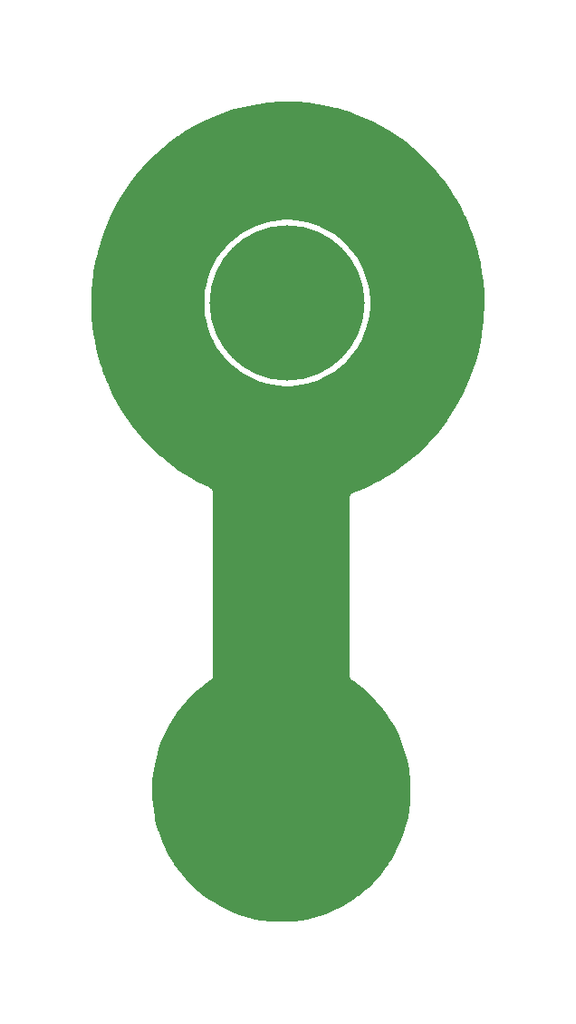
<source format=gtl>
G04 #@! TF.GenerationSoftware,KiCad,Pcbnew,(6.0.2)*
G04 #@! TF.CreationDate,2023-03-16T16:21:51-07:00*
G04 #@! TF.ProjectId,dingle-bop,64696e67-6c65-42d6-926f-702e6b696361,rev?*
G04 #@! TF.SameCoordinates,Original*
G04 #@! TF.FileFunction,Copper,L1,Top*
G04 #@! TF.FilePolarity,Positive*
%FSLAX46Y46*%
G04 Gerber Fmt 4.6, Leading zero omitted, Abs format (unit mm)*
G04 Created by KiCad (PCBNEW (6.0.2)) date 2023-03-16 16:21:51*
%MOMM*%
%LPD*%
G01*
G04 APERTURE LIST*
G04 #@! TA.AperFunction,SMDPad,CuDef*
%ADD10C,14.500000*%
G04 #@! TD*
G04 APERTURE END LIST*
D10*
X146400000Y-78800000D03*
G04 #@! TA.AperFunction,NonConductor*
G36*
X146522774Y-60018509D02*
G01*
X147395366Y-60041049D01*
X147401871Y-60041385D01*
X148328406Y-60113360D01*
X148334867Y-60114030D01*
X149247773Y-60232532D01*
X149254166Y-60233530D01*
X150152295Y-60397376D01*
X150158593Y-60398691D01*
X150905982Y-60574902D01*
X151040949Y-60606723D01*
X151047134Y-60608348D01*
X151912639Y-60859413D01*
X151918686Y-60861334D01*
X152243464Y-60973591D01*
X152766142Y-61154250D01*
X152772055Y-61156461D01*
X153600414Y-61490097D01*
X153606167Y-61492582D01*
X154414310Y-61865788D01*
X154419867Y-61868523D01*
X155206639Y-62280140D01*
X155212037Y-62283135D01*
X155976285Y-62732005D01*
X155981500Y-62735241D01*
X156722061Y-63220193D01*
X156727077Y-63223654D01*
X157108818Y-63500937D01*
X157442852Y-63743568D01*
X157447676Y-63747253D01*
X158137426Y-64300910D01*
X158142046Y-64304804D01*
X158804671Y-64891085D01*
X158809084Y-64895182D01*
X159443367Y-65512864D01*
X159447569Y-65517156D01*
X160052353Y-66165070D01*
X160056340Y-66169550D01*
X160630497Y-66846554D01*
X160634265Y-66851217D01*
X161176584Y-67556080D01*
X161180127Y-67560919D01*
X161689479Y-68292494D01*
X161692792Y-68297503D01*
X162168020Y-69054613D01*
X162171097Y-69059787D01*
X162611008Y-69841192D01*
X162613843Y-69846522D01*
X163017327Y-70651112D01*
X163019897Y-70656559D01*
X163385780Y-71483118D01*
X163385804Y-71483172D01*
X163388124Y-71488776D01*
X163516524Y-71821362D01*
X163715273Y-72336169D01*
X163717335Y-72341922D01*
X163725018Y-72365110D01*
X164004594Y-73208950D01*
X164004599Y-73208966D01*
X164006388Y-73214839D01*
X164252622Y-74100403D01*
X164254128Y-74106382D01*
X164407736Y-74786069D01*
X164458189Y-75009317D01*
X164459403Y-75015376D01*
X164483868Y-75155282D01*
X164620137Y-75934545D01*
X164621056Y-75940691D01*
X164737308Y-76874963D01*
X164737924Y-76881165D01*
X164808534Y-77829436D01*
X164808843Y-77835673D01*
X164832534Y-78792449D01*
X164832479Y-78800431D01*
X164773944Y-80315844D01*
X164773181Y-80325653D01*
X164764505Y-80399654D01*
X164618742Y-81642890D01*
X164600010Y-81802654D01*
X164598494Y-81812321D01*
X164466905Y-82480413D01*
X164315076Y-83251266D01*
X164312827Y-83260739D01*
X164053060Y-84192943D01*
X163923688Y-84657207D01*
X163920738Y-84666411D01*
X163669452Y-85357987D01*
X163430389Y-86015920D01*
X163426768Y-86024813D01*
X162839721Y-87322796D01*
X162835463Y-87331335D01*
X162166853Y-88553791D01*
X162156207Y-88573255D01*
X162151343Y-88581403D01*
X161384413Y-89762626D01*
X161378985Y-89770336D01*
X160581053Y-90817792D01*
X160528922Y-90886225D01*
X160522913Y-90893527D01*
X159594301Y-91939415D01*
X159587756Y-91946252D01*
X158585150Y-92917532D01*
X158578087Y-92923876D01*
X157506079Y-93815915D01*
X157498492Y-93821755D01*
X156361671Y-94629946D01*
X156353592Y-94635235D01*
X155156544Y-95354991D01*
X155147994Y-95359691D01*
X154859802Y-95503881D01*
X153895214Y-95986489D01*
X153886242Y-95990547D01*
X153301587Y-96227858D01*
X152590806Y-96516363D01*
X152578044Y-96520763D01*
X152556341Y-96526966D01*
X152540435Y-96531512D01*
X152488272Y-96564424D01*
X152484534Y-96566692D01*
X152431267Y-96597747D01*
X152425320Y-96604023D01*
X152424686Y-96604543D01*
X152417369Y-96609160D01*
X152376533Y-96655399D01*
X152373582Y-96658623D01*
X152372139Y-96660147D01*
X152340459Y-96693579D01*
X152331179Y-96703372D01*
X152327229Y-96711072D01*
X152326769Y-96711746D01*
X152321044Y-96718228D01*
X152317232Y-96726346D01*
X152317228Y-96726353D01*
X152294832Y-96774054D01*
X152292887Y-96778015D01*
X152264760Y-96832845D01*
X152263131Y-96841339D01*
X152262878Y-96842116D01*
X152259201Y-96849948D01*
X152257820Y-96858817D01*
X152257819Y-96858821D01*
X152249716Y-96910871D01*
X152248966Y-96915191D01*
X152237349Y-96975754D01*
X152238200Y-96984687D01*
X152238200Y-96984689D01*
X152241432Y-97018610D01*
X152242000Y-97030560D01*
X152242000Y-113577212D01*
X152241795Y-113584389D01*
X152239397Y-113626425D01*
X152238640Y-113639685D01*
X152240663Y-113648425D01*
X152240664Y-113648431D01*
X152248949Y-113684215D01*
X152250923Y-113694772D01*
X152256130Y-113731134D01*
X152256133Y-113731143D01*
X152257405Y-113740028D01*
X152261121Y-113748201D01*
X152261292Y-113748577D01*
X152269343Y-113772307D01*
X152271460Y-113781450D01*
X152275857Y-113789274D01*
X152275858Y-113789277D01*
X152293852Y-113821295D01*
X152298710Y-113830874D01*
X152301291Y-113836549D01*
X152317633Y-113872493D01*
X152323490Y-113879291D01*
X152323491Y-113879292D01*
X152323761Y-113879605D01*
X152338149Y-113900121D01*
X152342749Y-113908306D01*
X152349166Y-113914582D01*
X152375428Y-113940269D01*
X152382776Y-113948096D01*
X152412619Y-113982730D01*
X152420146Y-113987609D01*
X152420151Y-113987613D01*
X152462535Y-114015084D01*
X152467189Y-114018251D01*
X152607341Y-114118276D01*
X153067185Y-114446465D01*
X153073282Y-114451103D01*
X153642611Y-114912124D01*
X153648388Y-114917098D01*
X154188986Y-115411885D01*
X154194435Y-115417183D01*
X154704711Y-115944164D01*
X154709822Y-115949771D01*
X155188174Y-116507348D01*
X155192939Y-116513253D01*
X155637836Y-117099898D01*
X155642238Y-117106082D01*
X156052105Y-117720214D01*
X156056126Y-117726652D01*
X156169032Y-117920249D01*
X156429377Y-118366657D01*
X156433033Y-118373387D01*
X156768141Y-119037723D01*
X156771398Y-119044702D01*
X157066818Y-119731813D01*
X157069656Y-119739018D01*
X157226336Y-120175614D01*
X157323866Y-120447389D01*
X157326271Y-120454807D01*
X157539103Y-121187643D01*
X157540610Y-121193322D01*
X157628684Y-121559543D01*
X157629545Y-121563384D01*
X157707505Y-121938770D01*
X157708246Y-121942646D01*
X157774743Y-122322180D01*
X157775365Y-122326089D01*
X157830215Y-122709663D01*
X157830715Y-122713598D01*
X157873720Y-123101006D01*
X157874096Y-123104962D01*
X157905060Y-123496041D01*
X157905311Y-123500013D01*
X157924035Y-123894554D01*
X157924161Y-123898536D01*
X157930403Y-124293486D01*
X157930380Y-124298613D01*
X157914705Y-124928212D01*
X157914392Y-124934483D01*
X157868112Y-125552623D01*
X157867489Y-125558858D01*
X157791304Y-126167802D01*
X157790376Y-126173978D01*
X157685047Y-126773070D01*
X157683818Y-126779169D01*
X157550110Y-127367635D01*
X157548590Y-127373640D01*
X157387237Y-127950833D01*
X157385438Y-127956711D01*
X157287330Y-128251254D01*
X157197210Y-128521815D01*
X157195130Y-128527587D01*
X156980765Y-129079896D01*
X156978418Y-129085534D01*
X156738657Y-129624311D01*
X156736052Y-129629803D01*
X156471677Y-130154221D01*
X156468823Y-130159561D01*
X156180530Y-130668962D01*
X156177449Y-130674114D01*
X155866016Y-131167681D01*
X155862705Y-131172661D01*
X155824887Y-131226696D01*
X155528914Y-131649583D01*
X155525354Y-131654420D01*
X155169946Y-132113952D01*
X155166171Y-132118600D01*
X154789899Y-132559976D01*
X154785899Y-132564448D01*
X154389535Y-132986886D01*
X154385346Y-132991142D01*
X154159821Y-133209634D01*
X153969679Y-133393846D01*
X153965258Y-133397929D01*
X153531072Y-133780119D01*
X153526447Y-133783998D01*
X153112028Y-134114947D01*
X153074441Y-134144963D01*
X153069617Y-134148628D01*
X153001867Y-134197589D01*
X152600630Y-134487546D01*
X152595610Y-134490993D01*
X152110388Y-134807121D01*
X152105178Y-134810338D01*
X151604447Y-135102943D01*
X151599053Y-135105920D01*
X151083626Y-135374213D01*
X151078056Y-135376940D01*
X150548648Y-135620192D01*
X150542910Y-135622658D01*
X150000286Y-135840106D01*
X149994394Y-135842299D01*
X149439226Y-136033225D01*
X149433190Y-136035132D01*
X148866287Y-136198755D01*
X148860123Y-136200367D01*
X148282141Y-136335957D01*
X148275868Y-136337261D01*
X147687508Y-136444061D01*
X147681144Y-136445049D01*
X147083054Y-136522301D01*
X147076638Y-136522962D01*
X146873460Y-136538667D01*
X146469563Y-136569886D01*
X146463090Y-136570219D01*
X146068273Y-136580367D01*
X145847611Y-136586038D01*
X145841153Y-136586038D01*
X145590431Y-136579594D01*
X145225671Y-136570218D01*
X145219199Y-136569885D01*
X144899604Y-136545182D01*
X144612132Y-136522962D01*
X144605727Y-136522301D01*
X144345827Y-136488732D01*
X144007642Y-136445051D01*
X144001278Y-136444063D01*
X143412913Y-136337262D01*
X143406640Y-136335958D01*
X142828646Y-136200366D01*
X142822482Y-136198754D01*
X142255595Y-136035136D01*
X142249559Y-136033229D01*
X141694378Y-135842299D01*
X141688486Y-135840106D01*
X141145863Y-135622658D01*
X141140125Y-135620192D01*
X140610714Y-135376939D01*
X140605144Y-135374212D01*
X140089720Y-135105921D01*
X140084327Y-135102944D01*
X139583603Y-134810345D01*
X139578392Y-134807128D01*
X139093149Y-134490986D01*
X139088129Y-134487539D01*
X138619156Y-134148631D01*
X138614331Y-134144965D01*
X138162341Y-133784014D01*
X138157715Y-133780135D01*
X138097756Y-133727357D01*
X137723496Y-133397918D01*
X137719087Y-133393846D01*
X137303419Y-132991142D01*
X137299206Y-132986861D01*
X136902870Y-132564452D01*
X136898870Y-132559981D01*
X136638422Y-132254470D01*
X136522590Y-132118596D01*
X136518815Y-132113948D01*
X136242057Y-131756109D01*
X136163406Y-131654416D01*
X136159870Y-131649612D01*
X135826054Y-131172657D01*
X135822727Y-131167652D01*
X135817057Y-131158666D01*
X135511306Y-130674106D01*
X135508214Y-130668935D01*
X135476153Y-130612283D01*
X135219937Y-130159559D01*
X135217083Y-130154221D01*
X134952699Y-129629789D01*
X134950094Y-129624296D01*
X134710344Y-129085543D01*
X134707997Y-129079905D01*
X134493630Y-128527593D01*
X134491550Y-128521821D01*
X134401428Y-128251254D01*
X134303317Y-127956701D01*
X134301515Y-127950816D01*
X134218929Y-127655389D01*
X134140166Y-127373640D01*
X134138651Y-127367655D01*
X134138647Y-127367635D01*
X134049841Y-126976795D01*
X134004941Y-126779184D01*
X134003712Y-126773084D01*
X133898379Y-126173972D01*
X133897451Y-126167796D01*
X133821266Y-125558848D01*
X133820643Y-125552613D01*
X133774363Y-124934470D01*
X133774050Y-124928199D01*
X133758499Y-124303600D01*
X133758523Y-124296503D01*
X133758619Y-124293486D01*
X133783606Y-123501918D01*
X133784107Y-123493985D01*
X133792059Y-123410296D01*
X133858079Y-122715413D01*
X133859077Y-122707547D01*
X133980426Y-121944294D01*
X133981908Y-121936544D01*
X134149089Y-121190001D01*
X134151041Y-121182402D01*
X134231314Y-120905931D01*
X134362508Y-120454080D01*
X134364911Y-120446672D01*
X134619119Y-119738108D01*
X134621958Y-119730900D01*
X134917374Y-119043613D01*
X134920630Y-119036634D01*
X135255755Y-118372104D01*
X135259410Y-118365372D01*
X135632651Y-117725260D01*
X135636692Y-117718789D01*
X135970047Y-117219238D01*
X136046526Y-117104630D01*
X136050932Y-117098440D01*
X136469550Y-116546435D01*
X136495812Y-116511804D01*
X136500580Y-116505896D01*
X136509214Y-116495834D01*
X136978916Y-115948406D01*
X136984033Y-115942795D01*
X137079624Y-115844105D01*
X137494247Y-115416037D01*
X137499707Y-115410731D01*
X138040226Y-114916280D01*
X138046018Y-114911295D01*
X138326483Y-114684374D01*
X138615272Y-114450719D01*
X138621385Y-114446074D01*
X139218461Y-114020464D01*
X139224362Y-114016503D01*
X139263793Y-113991624D01*
X139263794Y-113991623D01*
X139271386Y-113986833D01*
X139301536Y-113952695D01*
X139309019Y-113944921D01*
X139341977Y-113913500D01*
X139346775Y-113905212D01*
X139361370Y-113884945D01*
X139361768Y-113884494D01*
X139367711Y-113877765D01*
X139371526Y-113869640D01*
X139371529Y-113869635D01*
X139387063Y-113836549D01*
X139392072Y-113826971D01*
X139410386Y-113795335D01*
X139410386Y-113795334D01*
X139414883Y-113787567D01*
X139417162Y-113778269D01*
X139425484Y-113754714D01*
X139429554Y-113746045D01*
X139436560Y-113701051D01*
X139438680Y-113690452D01*
X139447377Y-113654955D01*
X139449514Y-113646234D01*
X139446878Y-113586628D01*
X139446755Y-113581061D01*
X139446755Y-96560657D01*
X139448305Y-96540954D01*
X139450520Y-96526966D01*
X139450520Y-96526963D01*
X139451923Y-96518102D01*
X139447087Y-96480364D01*
X139446755Y-96477033D01*
X139446755Y-96474040D01*
X139442331Y-96443146D01*
X139442081Y-96441302D01*
X139434459Y-96381828D01*
X139434459Y-96381827D01*
X139433426Y-96373768D01*
X139431892Y-96370258D01*
X139431350Y-96366472D01*
X139403183Y-96304523D01*
X139402426Y-96302823D01*
X139378412Y-96247866D01*
X139378407Y-96247857D01*
X139375161Y-96240428D01*
X139372707Y-96237494D01*
X139371122Y-96234007D01*
X139326643Y-96182387D01*
X139325505Y-96181046D01*
X139281815Y-96128798D01*
X139278633Y-96126668D01*
X139276136Y-96123770D01*
X139218986Y-96086727D01*
X139217525Y-96085765D01*
X139188902Y-96066606D01*
X139186168Y-96065335D01*
X139183359Y-96063636D01*
X139161564Y-96049509D01*
X139154028Y-96044624D01*
X139128104Y-96036871D01*
X139111076Y-96030403D01*
X138542306Y-95765824D01*
X138538147Y-95763795D01*
X137949855Y-95463323D01*
X137945786Y-95461150D01*
X137855329Y-95410691D01*
X137369658Y-95139775D01*
X137365740Y-95137494D01*
X136802389Y-94795767D01*
X136798537Y-94793334D01*
X136248355Y-94431685D01*
X136244601Y-94429119D01*
X136017323Y-94267687D01*
X135708088Y-94048041D01*
X135704472Y-94045373D01*
X135257026Y-93702716D01*
X135182084Y-93645325D01*
X135178552Y-93642518D01*
X134670821Y-93224025D01*
X134667402Y-93221103D01*
X134502253Y-93074775D01*
X134174773Y-92784616D01*
X134171505Y-92781614D01*
X133694417Y-92327576D01*
X133691235Y-92324438D01*
X133230293Y-91853453D01*
X133227224Y-91850205D01*
X132782782Y-91362632D01*
X132779834Y-91359279D01*
X132352472Y-90855711D01*
X132349645Y-90852258D01*
X131939784Y-90333114D01*
X131937081Y-90329563D01*
X131545183Y-89795306D01*
X131542606Y-89791659D01*
X131169208Y-89242851D01*
X131166759Y-89239111D01*
X130812324Y-88676226D01*
X130810006Y-88672395D01*
X130474948Y-88095811D01*
X130472803Y-88091965D01*
X130157635Y-87502222D01*
X130155608Y-87498260D01*
X129860876Y-86895984D01*
X129858966Y-86891898D01*
X129659787Y-86445049D01*
X129585056Y-86277392D01*
X129583291Y-86273234D01*
X129547086Y-86183477D01*
X129330717Y-85647067D01*
X129329104Y-85642851D01*
X129228994Y-85366358D01*
X129098345Y-85005524D01*
X129096872Y-85001216D01*
X129069997Y-84917680D01*
X128888358Y-84353081D01*
X128887064Y-84348792D01*
X128701295Y-83690392D01*
X128700141Y-83685996D01*
X128622048Y-83364986D01*
X128537601Y-83017852D01*
X128536601Y-83013390D01*
X128516606Y-82915827D01*
X128397761Y-82335957D01*
X128396920Y-82331436D01*
X128338995Y-81984766D01*
X128282251Y-81645170D01*
X128281573Y-81640598D01*
X128191544Y-80945928D01*
X128191033Y-80941324D01*
X128190703Y-80937745D01*
X128130049Y-80281149D01*
X128126129Y-80238714D01*
X128125788Y-80234087D01*
X128086493Y-79524068D01*
X128086321Y-79519425D01*
X128073149Y-78804282D01*
X128073163Y-78800000D01*
X138636553Y-78800000D01*
X138655464Y-79341551D01*
X138712106Y-79880463D01*
X138806203Y-80414111D01*
X138937296Y-80939896D01*
X138937978Y-80941995D01*
X138937980Y-80942002D01*
X138965174Y-81025695D01*
X139104746Y-81455255D01*
X139105571Y-81457296D01*
X139105575Y-81457308D01*
X139306910Y-81955630D01*
X139306916Y-81955643D01*
X139307738Y-81957678D01*
X139308702Y-81959654D01*
X139308704Y-81959659D01*
X139490032Y-82331436D01*
X139545283Y-82444718D01*
X139816224Y-82914000D01*
X140119239Y-83363240D01*
X140452855Y-83790248D01*
X140454322Y-83791877D01*
X140454331Y-83791888D01*
X140567104Y-83917134D01*
X140815444Y-84192943D01*
X141205240Y-84569365D01*
X141206920Y-84570775D01*
X141206927Y-84570781D01*
X141336323Y-84679357D01*
X141620345Y-84917680D01*
X141622128Y-84918976D01*
X141622139Y-84918984D01*
X142056948Y-85234890D01*
X142058736Y-85236189D01*
X142518276Y-85523342D01*
X142996729Y-85777740D01*
X142998735Y-85778633D01*
X142998745Y-85778638D01*
X143489767Y-85997255D01*
X143489773Y-85997257D01*
X143491762Y-85998143D01*
X143493811Y-85998889D01*
X143493819Y-85998892D01*
X143854205Y-86130061D01*
X144000963Y-86183477D01*
X144003080Y-86184084D01*
X144003083Y-86184085D01*
X144519728Y-86332230D01*
X144521852Y-86332839D01*
X145051892Y-86445503D01*
X145588499Y-86520918D01*
X145590687Y-86521071D01*
X146126870Y-86558565D01*
X146126874Y-86558565D01*
X146129060Y-86558718D01*
X146670940Y-86558718D01*
X146673126Y-86558565D01*
X146673130Y-86558565D01*
X147209313Y-86521071D01*
X147211501Y-86520918D01*
X147748108Y-86445503D01*
X148278148Y-86332839D01*
X148280272Y-86332230D01*
X148796917Y-86184085D01*
X148796920Y-86184084D01*
X148799037Y-86183477D01*
X148945795Y-86130061D01*
X149306181Y-85998892D01*
X149306189Y-85998889D01*
X149308238Y-85998143D01*
X149310227Y-85997257D01*
X149310233Y-85997255D01*
X149801255Y-85778638D01*
X149801265Y-85778633D01*
X149803271Y-85777740D01*
X150281724Y-85523342D01*
X150741264Y-85236189D01*
X150743052Y-85234890D01*
X151177861Y-84918984D01*
X151177872Y-84918976D01*
X151179655Y-84917680D01*
X151463677Y-84679357D01*
X151593073Y-84570781D01*
X151593080Y-84570775D01*
X151594760Y-84569365D01*
X151984556Y-84192943D01*
X152232896Y-83917134D01*
X152345669Y-83791888D01*
X152345678Y-83791877D01*
X152347145Y-83790248D01*
X152680761Y-83363240D01*
X152983776Y-82914000D01*
X153254717Y-82444718D01*
X153309969Y-82331436D01*
X153491296Y-81959659D01*
X153491298Y-81959654D01*
X153492262Y-81957678D01*
X153493084Y-81955643D01*
X153493090Y-81955630D01*
X153694425Y-81457308D01*
X153694429Y-81457296D01*
X153695254Y-81455255D01*
X153834827Y-81025695D01*
X153862020Y-80942002D01*
X153862022Y-80941995D01*
X153862704Y-80939896D01*
X153993797Y-80414111D01*
X154087894Y-79880463D01*
X154144536Y-79341551D01*
X154163447Y-78800000D01*
X154144536Y-78258449D01*
X154113391Y-77962123D01*
X154088124Y-77721723D01*
X154088123Y-77721716D01*
X154087894Y-77719537D01*
X153993797Y-77185889D01*
X153862704Y-76660104D01*
X153695254Y-76144745D01*
X153612811Y-75940691D01*
X153493090Y-75644370D01*
X153493084Y-75644357D01*
X153492262Y-75642322D01*
X153254717Y-75155282D01*
X152983776Y-74686000D01*
X152680761Y-74236760D01*
X152347145Y-73809752D01*
X152345678Y-73808123D01*
X152345669Y-73808112D01*
X152177399Y-73621231D01*
X151984556Y-73407057D01*
X151594760Y-73030635D01*
X151593080Y-73029225D01*
X151593073Y-73029219D01*
X151181351Y-72683743D01*
X151181349Y-72683741D01*
X151179655Y-72682320D01*
X151177872Y-72681024D01*
X151177861Y-72681016D01*
X150743052Y-72365110D01*
X150743051Y-72365109D01*
X150741264Y-72363811D01*
X150281724Y-72076658D01*
X149803271Y-71822260D01*
X149801265Y-71821367D01*
X149801255Y-71821362D01*
X149310233Y-71602745D01*
X149310227Y-71602743D01*
X149308238Y-71601857D01*
X149306189Y-71601111D01*
X149306181Y-71601108D01*
X148801111Y-71417278D01*
X148799037Y-71416523D01*
X148278148Y-71267161D01*
X147748108Y-71154497D01*
X147211501Y-71079082D01*
X147205351Y-71078652D01*
X146673130Y-71041435D01*
X146673126Y-71041435D01*
X146670940Y-71041282D01*
X146129060Y-71041282D01*
X146126874Y-71041435D01*
X146126870Y-71041435D01*
X145594649Y-71078652D01*
X145588499Y-71079082D01*
X145051892Y-71154497D01*
X144521852Y-71267161D01*
X144000963Y-71416523D01*
X143998889Y-71417278D01*
X143493819Y-71601108D01*
X143493811Y-71601111D01*
X143491762Y-71601857D01*
X143489773Y-71602743D01*
X143489767Y-71602745D01*
X142998746Y-71821362D01*
X142996729Y-71822260D01*
X142994804Y-71823284D01*
X142994799Y-71823286D01*
X142520225Y-72075622D01*
X142520220Y-72075625D01*
X142518277Y-72076658D01*
X142516418Y-72077820D01*
X142516407Y-72077826D01*
X142256228Y-72240404D01*
X142058736Y-72363811D01*
X142056949Y-72365109D01*
X142056948Y-72365110D01*
X141622139Y-72681016D01*
X141622128Y-72681024D01*
X141620345Y-72682320D01*
X141618651Y-72683741D01*
X141618649Y-72683743D01*
X141206927Y-73029219D01*
X141206920Y-73029225D01*
X141205240Y-73030635D01*
X140815444Y-73407057D01*
X140622601Y-73621231D01*
X140454331Y-73808112D01*
X140454322Y-73808123D01*
X140452855Y-73809752D01*
X140119239Y-74236760D01*
X139816224Y-74686000D01*
X139545283Y-75155282D01*
X139307738Y-75642322D01*
X139306916Y-75644357D01*
X139306910Y-75644370D01*
X139187189Y-75940691D01*
X139104746Y-76144745D01*
X138937296Y-76660104D01*
X138806203Y-77185889D01*
X138712106Y-77719537D01*
X138711877Y-77721716D01*
X138711876Y-77721723D01*
X138686609Y-77962123D01*
X138655464Y-78258449D01*
X138636553Y-78800000D01*
X128073163Y-78800000D01*
X128073167Y-78798844D01*
X128097007Y-77835661D01*
X128097316Y-77829426D01*
X128167900Y-76881149D01*
X128168516Y-76874949D01*
X128259082Y-76146849D01*
X128284728Y-75940669D01*
X128285645Y-75934531D01*
X128446327Y-75015344D01*
X128447543Y-75009274D01*
X128651532Y-74106362D01*
X128653037Y-74100384D01*
X128899195Y-73214822D01*
X128900982Y-73208950D01*
X129188170Y-72341877D01*
X129190231Y-72336125D01*
X129517287Y-71488739D01*
X129519615Y-71483118D01*
X129885401Y-70656561D01*
X129887985Y-70651080D01*
X130291373Y-69846480D01*
X130294208Y-69841149D01*
X130734023Y-69059741D01*
X130737100Y-69054567D01*
X131212209Y-68297485D01*
X131215522Y-68292475D01*
X131724781Y-67560895D01*
X131728324Y-67556055D01*
X132270561Y-66851180D01*
X132274329Y-66846517D01*
X132813972Y-66210110D01*
X132848375Y-66169538D01*
X132852357Y-66165062D01*
X133457083Y-65517125D01*
X133461286Y-65512832D01*
X133464677Y-65509530D01*
X134095486Y-64895163D01*
X134099900Y-64891065D01*
X134762457Y-64304794D01*
X134767078Y-64300898D01*
X135456790Y-63747235D01*
X135461615Y-63743550D01*
X136177324Y-63223660D01*
X136182347Y-63220194D01*
X136922881Y-62735248D01*
X136928097Y-62732010D01*
X137692356Y-62283137D01*
X137697760Y-62280139D01*
X138484542Y-61868528D01*
X138490126Y-61865781D01*
X139298262Y-61492599D01*
X139304015Y-61490113D01*
X139304055Y-61490097D01*
X140132499Y-61156455D01*
X140138407Y-61154247D01*
X140985934Y-60861338D01*
X140991993Y-60859413D01*
X141161611Y-60810217D01*
X141857599Y-60608353D01*
X141863775Y-60606731D01*
X142314376Y-60500512D01*
X142746287Y-60398698D01*
X142752587Y-60397382D01*
X143650923Y-60233531D01*
X143657316Y-60232534D01*
X144570432Y-60114030D01*
X144576887Y-60113360D01*
X144821282Y-60094381D01*
X145503706Y-60041384D01*
X145510209Y-60041048D01*
X146346215Y-60019460D01*
X146449663Y-60016789D01*
X146456168Y-60016789D01*
X146522774Y-60018509D01*
G37*
G04 #@! TD.AperFunction*
M02*

</source>
